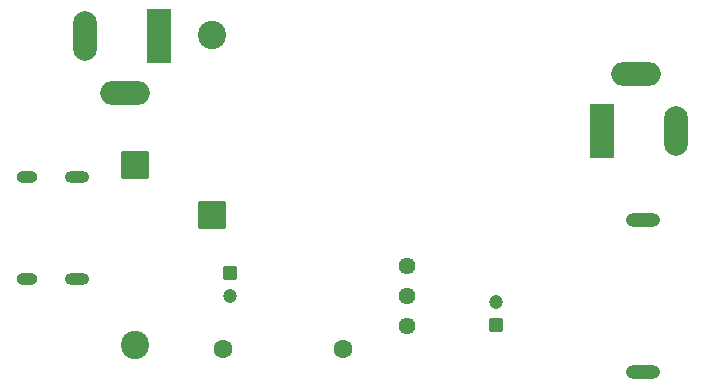
<source format=gbr>
%TF.GenerationSoftware,KiCad,Pcbnew,9.0.6*%
%TF.CreationDate,2026-01-01T16:42:09+02:00*%
%TF.ProjectId,RouterSupplySwitcherSource,526f7574-6572-4537-9570-706c79537769,rev?*%
%TF.SameCoordinates,Original*%
%TF.FileFunction,Copper,L2,Bot*%
%TF.FilePolarity,Positive*%
%FSLAX46Y46*%
G04 Gerber Fmt 4.6, Leading zero omitted, Abs format (unit mm)*
G04 Created by KiCad (PCBNEW 9.0.6) date 2026-01-01 16:42:09*
%MOMM*%
%LPD*%
G01*
G04 APERTURE LIST*
G04 Aperture macros list*
%AMRoundRect*
0 Rectangle with rounded corners*
0 $1 Rounding radius*
0 $2 $3 $4 $5 $6 $7 $8 $9 X,Y pos of 4 corners*
0 Add a 4 corners polygon primitive as box body*
4,1,4,$2,$3,$4,$5,$6,$7,$8,$9,$2,$3,0*
0 Add four circle primitives for the rounded corners*
1,1,$1+$1,$2,$3*
1,1,$1+$1,$4,$5*
1,1,$1+$1,$6,$7*
1,1,$1+$1,$8,$9*
0 Add four rect primitives between the rounded corners*
20,1,$1+$1,$2,$3,$4,$5,0*
20,1,$1+$1,$4,$5,$6,$7,0*
20,1,$1+$1,$6,$7,$8,$9,0*
20,1,$1+$1,$8,$9,$2,$3,0*%
G04 Aperture macros list end*
%TA.AperFunction,ComponentPad*%
%ADD10RoundRect,0.250000X-0.350000X0.350000X-0.350000X-0.350000X0.350000X-0.350000X0.350000X0.350000X0*%
%TD*%
%TA.AperFunction,ComponentPad*%
%ADD11C,1.200000*%
%TD*%
%TA.AperFunction,ComponentPad*%
%ADD12RoundRect,0.250000X0.350000X-0.350000X0.350000X0.350000X-0.350000X0.350000X-0.350000X-0.350000X0*%
%TD*%
%TA.AperFunction,ComponentPad*%
%ADD13C,1.440000*%
%TD*%
%TA.AperFunction,ComponentPad*%
%ADD14R,2.000000X4.600000*%
%TD*%
%TA.AperFunction,ComponentPad*%
%ADD15O,2.000000X4.200000*%
%TD*%
%TA.AperFunction,ComponentPad*%
%ADD16O,4.200000X2.000000*%
%TD*%
%TA.AperFunction,HeatsinkPad*%
%ADD17O,2.900000X1.200000*%
%TD*%
%TA.AperFunction,ComponentPad*%
%ADD18C,1.600000*%
%TD*%
%TA.AperFunction,ComponentPad*%
%ADD19RoundRect,0.250001X-0.949999X0.949999X-0.949999X-0.949999X0.949999X-0.949999X0.949999X0.949999X0*%
%TD*%
%TA.AperFunction,ComponentPad*%
%ADD20C,2.400000*%
%TD*%
%TA.AperFunction,HeatsinkPad*%
%ADD21O,2.100000X1.000000*%
%TD*%
%TA.AperFunction,HeatsinkPad*%
%ADD22O,1.800000X1.000000*%
%TD*%
%TA.AperFunction,ComponentPad*%
%ADD23RoundRect,0.250001X0.949999X-0.949999X0.949999X0.949999X-0.949999X0.949999X-0.949999X-0.949999X0*%
%TD*%
G04 APERTURE END LIST*
D10*
%TO.P,C1,1*%
%TO.N,Net-(D1-K)*%
X122955000Y-98072401D03*
D11*
%TO.P,C1,2*%
%TO.N,Net-(J3-GND)*%
X122955000Y-100072401D03*
%TD*%
D12*
%TO.P,C4,1*%
%TO.N,Net-(D3A-K)*%
X145455000Y-102517600D03*
D11*
%TO.P,C4,2*%
%TO.N,Net-(J3-GND)*%
X145455000Y-100517600D03*
%TD*%
D13*
%TO.P,RV1,1,1*%
%TO.N,Net-(VR1-FB)*%
X137955000Y-97465000D03*
%TO.P,RV1,2,2*%
%TO.N,Net-(D3A-K)*%
X137955000Y-100005000D03*
%TO.P,RV1,3,3*%
X137955000Y-102545000D03*
%TD*%
D14*
%TO.P,J1,1*%
%TO.N,Net-(D1-A)*%
X116955000Y-78045000D03*
D15*
%TO.P,J1,2*%
%TO.N,Net-(J3-GND)*%
X110655000Y-78045000D03*
D16*
%TO.P,J1,3*%
%TO.N,unconnected-(J1-Pad3)*%
X114055000Y-82845000D03*
%TD*%
D17*
%TO.P,J3,5,Shield*%
%TO.N,unconnected-(J3-Shield-Pad5)*%
X157905000Y-106445000D03*
%TO.N,unconnected-(J3-Shield-Pad5)_1*%
X157905000Y-93645000D03*
%TD*%
D18*
%TO.P,R1,1*%
%TO.N,Net-(VR1-FB)*%
X132535000Y-104545000D03*
%TO.P,R1,2*%
%TO.N,Net-(J3-GND)*%
X122375000Y-104545000D03*
%TD*%
D19*
%TO.P,D2,1,K*%
%TO.N,Net-(D1-K)*%
X114955000Y-88925000D03*
D20*
%TO.P,D2,2,A*%
%TO.N,Net-(D2-A)*%
X114955000Y-104165000D03*
%TD*%
D21*
%TO.P,P1,S1,SHIELD*%
%TO.N,unconnected-(P1-SHIELD-PadS1)_2*%
X110000000Y-90000000D03*
D22*
%TO.N,unconnected-(P1-SHIELD-PadS1)_1*%
X105820000Y-90000000D03*
D21*
%TO.N,unconnected-(P1-SHIELD-PadS1)_3*%
X110000000Y-98640000D03*
D22*
%TO.N,unconnected-(P1-SHIELD-PadS1)*%
X105820000Y-98640000D03*
%TD*%
D23*
%TO.P,D1,1,K*%
%TO.N,Net-(D1-K)*%
X121455000Y-93165000D03*
D20*
%TO.P,D1,2,A*%
%TO.N,Net-(D1-A)*%
X121455000Y-77925000D03*
%TD*%
D14*
%TO.P,J2,1*%
%TO.N,Net-(D3A-K)*%
X154445000Y-86045000D03*
D15*
%TO.P,J2,2*%
%TO.N,Net-(J3-GND)*%
X160745000Y-86045000D03*
D16*
%TO.P,J2,3*%
%TO.N,unconnected-(J2-Pad3)*%
X157345000Y-81245000D03*
%TD*%
M02*

</source>
